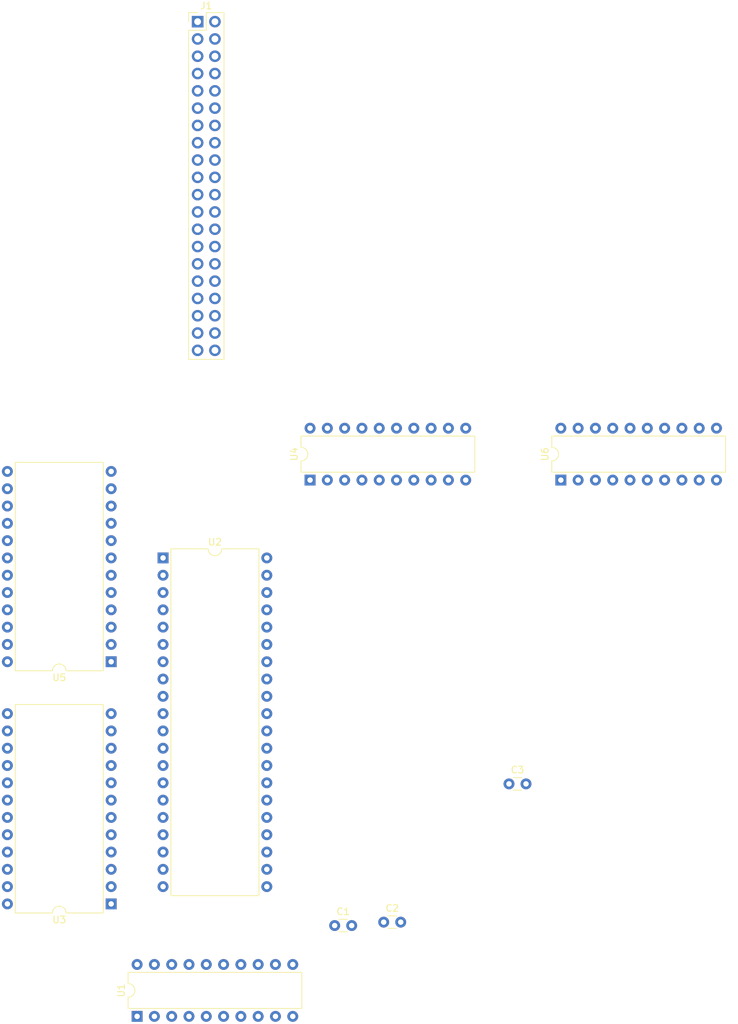
<source format=kicad_pcb>
(kicad_pcb (version 20171130) (host pcbnew "(5.1.7)-1")

  (general
    (thickness 1.6)
    (drawings 0)
    (tracks 0)
    (zones 0)
    (modules 10)
    (nets 142)
  )

  (page A4)
  (layers
    (0 F.Cu signal)
    (31 B.Cu signal)
    (32 B.Adhes user)
    (33 F.Adhes user)
    (34 B.Paste user)
    (35 F.Paste user)
    (36 B.SilkS user)
    (37 F.SilkS user)
    (38 B.Mask user)
    (39 F.Mask user)
    (40 Dwgs.User user)
    (41 Cmts.User user)
    (42 Eco1.User user)
    (43 Eco2.User user)
    (44 Edge.Cuts user)
    (45 Margin user)
    (46 B.CrtYd user)
    (47 F.CrtYd user)
    (48 B.Fab user)
    (49 F.Fab user)
  )

  (setup
    (last_trace_width 0.25)
    (trace_clearance 0.2)
    (zone_clearance 0.508)
    (zone_45_only no)
    (trace_min 0.2)
    (via_size 0.8)
    (via_drill 0.4)
    (via_min_size 0.4)
    (via_min_drill 0.3)
    (uvia_size 0.3)
    (uvia_drill 0.1)
    (uvias_allowed no)
    (uvia_min_size 0.2)
    (uvia_min_drill 0.1)
    (edge_width 0.05)
    (segment_width 0.2)
    (pcb_text_width 0.3)
    (pcb_text_size 1.5 1.5)
    (mod_edge_width 0.12)
    (mod_text_size 1 1)
    (mod_text_width 0.15)
    (pad_size 1.524 1.524)
    (pad_drill 0.762)
    (pad_to_mask_clearance 0)
    (aux_axis_origin 0 0)
    (visible_elements 7FFFFFFF)
    (pcbplotparams
      (layerselection 0x010fc_ffffffff)
      (usegerberextensions false)
      (usegerberattributes true)
      (usegerberadvancedattributes true)
      (creategerberjobfile true)
      (excludeedgelayer true)
      (linewidth 0.100000)
      (plotframeref false)
      (viasonmask false)
      (mode 1)
      (useauxorigin false)
      (hpglpennumber 1)
      (hpglpenspeed 20)
      (hpglpendiameter 15.000000)
      (psnegative false)
      (psa4output false)
      (plotreference true)
      (plotvalue true)
      (plotinvisibletext false)
      (padsonsilk false)
      (subtractmaskfromsilk false)
      (outputformat 1)
      (mirror false)
      (drillshape 1)
      (scaleselection 1)
      (outputdirectory ""))
  )

  (net 0 "")
  (net 1 /5V)
  (net 2 "Net-(C1-Pad2)")
  (net 3 /GND)
  (net 4 /3.3V)
  (net 5 "Net-(J1-Pad5)")
  (net 6 "Net-(J1-Pad6)")
  (net 7 "Net-(J1-Pad7)")
  (net 8 "Net-(J1-Pad8)")
  (net 9 "Net-(J1-Pad9)")
  (net 10 "Net-(J1-Pad10)")
  (net 11 "Net-(J1-Pad11)")
  (net 12 "Net-(J1-Pad12)")
  (net 13 "Net-(J1-Pad13)")
  (net 14 "Net-(J1-Pad14)")
  (net 15 "Net-(J1-Pad15)")
  (net 16 "Net-(J1-Pad16)")
  (net 17 "Net-(J1-Pad17)")
  (net 18 "Net-(J1-Pad18)")
  (net 19 "Net-(J1-Pad19)")
  (net 20 "Net-(J1-Pad20)")
  (net 21 "Net-(J1-Pad21)")
  (net 22 "Net-(J1-Pad22)")
  (net 23 "Net-(J1-Pad23)")
  (net 24 "Net-(J1-Pad24)")
  (net 25 "Net-(J1-Pad25)")
  (net 26 "Net-(J1-Pad26)")
  (net 27 "Net-(J1-Pad27)")
  (net 28 "Net-(J1-Pad28)")
  (net 29 "Net-(J1-Pad29)")
  (net 30 "Net-(J1-Pad30)")
  (net 31 "Net-(J1-Pad31)")
  (net 32 "Net-(J1-Pad32)")
  (net 33 "Net-(J1-Pad33)")
  (net 34 "Net-(J1-Pad34)")
  (net 35 "Net-(J1-Pad35)")
  (net 36 "Net-(J1-Pad36)")
  (net 37 "Net-(J1-Pad37)")
  (net 38 "Net-(J1-Pad38)")
  (net 39 "Net-(J1-Pad39)")
  (net 40 "Net-(J1-Pad40)")
  (net 41 "Net-(U1-Pad1)")
  (net 42 "Net-(U1-Pad11)")
  (net 43 "Net-(U1-Pad2)")
  (net 44 "Net-(U1-Pad12)")
  (net 45 "Net-(U1-Pad3)")
  (net 46 "Net-(U1-Pad13)")
  (net 47 "Net-(U1-Pad4)")
  (net 48 "Net-(U1-Pad14)")
  (net 49 "Net-(U1-Pad5)")
  (net 50 "Net-(U1-Pad15)")
  (net 51 "Net-(U1-Pad6)")
  (net 52 "Net-(U1-Pad16)")
  (net 53 "Net-(U1-Pad7)")
  (net 54 "Net-(U1-Pad17)")
  (net 55 "Net-(U1-Pad8)")
  (net 56 "Net-(U1-Pad18)")
  (net 57 "Net-(U1-Pad9)")
  (net 58 "Net-(U1-Pad19)")
  (net 59 "Net-(U1-Pad20)")
  (net 60 "Net-(U2-Pad1)")
  (net 61 /ad14)
  (net 62 /ad13)
  (net 63 /ad12)
  (net 64 /qs1)
  (net 65 /ad11)
  (net 66 /qs0)
  (net 67 /ad10)
  (net 68 "Net-(U2-Pad26)")
  (net 69 /ad9)
  (net 70 "Net-(U2-Pad27)")
  (net 71 /ad8)
  (net 72 "Net-(U2-Pad28)")
  (net 73 /ad7)
  (net 74 /n_lock)
  (net 75 /ad6)
  (net 76 /ad5)
  (net 77 /ad4)
  (net 78 /n_rd)
  (net 79 /ad3)
  (net 80 "Net-(U2-Pad33)")
  (net 81 /ad2)
  (net 82 /s7)
  (net 83 /ad1)
  (net 84 "Net-(U2-Pad35)")
  (net 85 /ad0)
  (net 86 "Net-(U2-Pad36)")
  (net 87 "Net-(U2-Pad37)")
  (net 88 "Net-(U2-Pad38)")
  (net 89 /ad15)
  (net 90 "Net-(U3-Pad24)")
  (net 91 "Net-(U3-Pad11)")
  (net 92 "Net-(U3-Pad23)")
  (net 93 "Net-(U3-Pad22)")
  (net 94 "Net-(U3-Pad21)")
  (net 95 "Net-(U3-Pad20)")
  (net 96 "Net-(U3-Pad19)")
  (net 97 "Net-(U3-Pad18)")
  (net 98 "Net-(U3-Pad17)")
  (net 99 "Net-(U3-Pad16)")
  (net 100 "Net-(U3-Pad15)")
  (net 101 "Net-(U3-Pad14)")
  (net 102 "Net-(U3-Pad2)")
  (net 103 "Net-(U3-Pad1)")
  (net 104 "Net-(U4-Pad19)")
  (net 105 /n_s0_3.3V)
  (net 106 /n_s1_3.3V)
  (net 107 /n_s2_3.3V)
  (net 108 /s3_3.3V)
  (net 109 /s4_3.3V)
  (net 110 /s5_3.3V)
  (net 111 /s6_3.3V)
  (net 112 /s7_3.3V)
  (net 113 "Net-(U4-Pad1)")
  (net 114 "Net-(U5-Pad1)")
  (net 115 "Net-(U5-Pad11)")
  (net 116 "Net-(U5-Pad2)")
  (net 117 "Net-(U5-Pad14)")
  (net 118 "Net-(U5-Pad15)")
  (net 119 "Net-(U5-Pad16)")
  (net 120 "Net-(U5-Pad17)")
  (net 121 "Net-(U5-Pad18)")
  (net 122 "Net-(U5-Pad19)")
  (net 123 "Net-(U5-Pad20)")
  (net 124 "Net-(U5-Pad21)")
  (net 125 "Net-(U5-Pad22)")
  (net 126 "Net-(U5-Pad23)")
  (net 127 "Net-(U5-Pad24)")
  (net 128 "Net-(U6-Pad1)")
  (net 129 "Net-(U6-Pad11)")
  (net 130 "Net-(U6-Pad12)")
  (net 131 "Net-(U6-Pad13)")
  (net 132 "Net-(U6-Pad14)")
  (net 133 /n_rd_3.3V)
  (net 134 "Net-(U6-Pad6)")
  (net 135 /n_lock_3.3V)
  (net 136 "Net-(U6-Pad7)")
  (net 137 /qs1_3.3V)
  (net 138 "Net-(U6-Pad8)")
  (net 139 /qs0_3.3V)
  (net 140 "Net-(U6-Pad9)")
  (net 141 "Net-(U6-Pad19)")

  (net_class Default "This is the default net class."
    (clearance 0.2)
    (trace_width 0.25)
    (via_dia 0.8)
    (via_drill 0.4)
    (uvia_dia 0.3)
    (uvia_drill 0.1)
    (add_net /3.3V)
    (add_net /5V)
    (add_net /GND)
    (add_net /ad0)
    (add_net /ad1)
    (add_net /ad10)
    (add_net /ad11)
    (add_net /ad12)
    (add_net /ad13)
    (add_net /ad14)
    (add_net /ad15)
    (add_net /ad2)
    (add_net /ad3)
    (add_net /ad4)
    (add_net /ad5)
    (add_net /ad6)
    (add_net /ad7)
    (add_net /ad8)
    (add_net /ad9)
    (add_net /n_lock)
    (add_net /n_lock_3.3V)
    (add_net /n_rd)
    (add_net /n_rd_3.3V)
    (add_net /n_s0_3.3V)
    (add_net /n_s1_3.3V)
    (add_net /n_s2_3.3V)
    (add_net /qs0)
    (add_net /qs0_3.3V)
    (add_net /qs1)
    (add_net /qs1_3.3V)
    (add_net /s3_3.3V)
    (add_net /s4_3.3V)
    (add_net /s5_3.3V)
    (add_net /s6_3.3V)
    (add_net /s7)
    (add_net /s7_3.3V)
    (add_net "Net-(C1-Pad2)")
    (add_net "Net-(J1-Pad10)")
    (add_net "Net-(J1-Pad11)")
    (add_net "Net-(J1-Pad12)")
    (add_net "Net-(J1-Pad13)")
    (add_net "Net-(J1-Pad14)")
    (add_net "Net-(J1-Pad15)")
    (add_net "Net-(J1-Pad16)")
    (add_net "Net-(J1-Pad17)")
    (add_net "Net-(J1-Pad18)")
    (add_net "Net-(J1-Pad19)")
    (add_net "Net-(J1-Pad20)")
    (add_net "Net-(J1-Pad21)")
    (add_net "Net-(J1-Pad22)")
    (add_net "Net-(J1-Pad23)")
    (add_net "Net-(J1-Pad24)")
    (add_net "Net-(J1-Pad25)")
    (add_net "Net-(J1-Pad26)")
    (add_net "Net-(J1-Pad27)")
    (add_net "Net-(J1-Pad28)")
    (add_net "Net-(J1-Pad29)")
    (add_net "Net-(J1-Pad30)")
    (add_net "Net-(J1-Pad31)")
    (add_net "Net-(J1-Pad32)")
    (add_net "Net-(J1-Pad33)")
    (add_net "Net-(J1-Pad34)")
    (add_net "Net-(J1-Pad35)")
    (add_net "Net-(J1-Pad36)")
    (add_net "Net-(J1-Pad37)")
    (add_net "Net-(J1-Pad38)")
    (add_net "Net-(J1-Pad39)")
    (add_net "Net-(J1-Pad40)")
    (add_net "Net-(J1-Pad5)")
    (add_net "Net-(J1-Pad6)")
    (add_net "Net-(J1-Pad7)")
    (add_net "Net-(J1-Pad8)")
    (add_net "Net-(J1-Pad9)")
    (add_net "Net-(U1-Pad1)")
    (add_net "Net-(U1-Pad11)")
    (add_net "Net-(U1-Pad12)")
    (add_net "Net-(U1-Pad13)")
    (add_net "Net-(U1-Pad14)")
    (add_net "Net-(U1-Pad15)")
    (add_net "Net-(U1-Pad16)")
    (add_net "Net-(U1-Pad17)")
    (add_net "Net-(U1-Pad18)")
    (add_net "Net-(U1-Pad19)")
    (add_net "Net-(U1-Pad2)")
    (add_net "Net-(U1-Pad20)")
    (add_net "Net-(U1-Pad3)")
    (add_net "Net-(U1-Pad4)")
    (add_net "Net-(U1-Pad5)")
    (add_net "Net-(U1-Pad6)")
    (add_net "Net-(U1-Pad7)")
    (add_net "Net-(U1-Pad8)")
    (add_net "Net-(U1-Pad9)")
    (add_net "Net-(U2-Pad1)")
    (add_net "Net-(U2-Pad26)")
    (add_net "Net-(U2-Pad27)")
    (add_net "Net-(U2-Pad28)")
    (add_net "Net-(U2-Pad33)")
    (add_net "Net-(U2-Pad35)")
    (add_net "Net-(U2-Pad36)")
    (add_net "Net-(U2-Pad37)")
    (add_net "Net-(U2-Pad38)")
    (add_net "Net-(U3-Pad1)")
    (add_net "Net-(U3-Pad11)")
    (add_net "Net-(U3-Pad14)")
    (add_net "Net-(U3-Pad15)")
    (add_net "Net-(U3-Pad16)")
    (add_net "Net-(U3-Pad17)")
    (add_net "Net-(U3-Pad18)")
    (add_net "Net-(U3-Pad19)")
    (add_net "Net-(U3-Pad2)")
    (add_net "Net-(U3-Pad20)")
    (add_net "Net-(U3-Pad21)")
    (add_net "Net-(U3-Pad22)")
    (add_net "Net-(U3-Pad23)")
    (add_net "Net-(U3-Pad24)")
    (add_net "Net-(U4-Pad1)")
    (add_net "Net-(U4-Pad19)")
    (add_net "Net-(U5-Pad1)")
    (add_net "Net-(U5-Pad11)")
    (add_net "Net-(U5-Pad14)")
    (add_net "Net-(U5-Pad15)")
    (add_net "Net-(U5-Pad16)")
    (add_net "Net-(U5-Pad17)")
    (add_net "Net-(U5-Pad18)")
    (add_net "Net-(U5-Pad19)")
    (add_net "Net-(U5-Pad2)")
    (add_net "Net-(U5-Pad20)")
    (add_net "Net-(U5-Pad21)")
    (add_net "Net-(U5-Pad22)")
    (add_net "Net-(U5-Pad23)")
    (add_net "Net-(U5-Pad24)")
    (add_net "Net-(U6-Pad1)")
    (add_net "Net-(U6-Pad11)")
    (add_net "Net-(U6-Pad12)")
    (add_net "Net-(U6-Pad13)")
    (add_net "Net-(U6-Pad14)")
    (add_net "Net-(U6-Pad19)")
    (add_net "Net-(U6-Pad6)")
    (add_net "Net-(U6-Pad7)")
    (add_net "Net-(U6-Pad8)")
    (add_net "Net-(U6-Pad9)")
  )

  (module Capacitor_THT:C_Disc_D3.0mm_W1.6mm_P2.50mm (layer F.Cu) (tedit 5AE50EF0) (tstamp 5FA552A7)
    (at 95.055001 145.415001)
    (descr "C, Disc series, Radial, pin pitch=2.50mm, , diameter*width=3.0*1.6mm^2, Capacitor, http://www.vishay.com/docs/45233/krseries.pdf")
    (tags "C Disc series Radial pin pitch 2.50mm  diameter 3.0mm width 1.6mm Capacitor")
    (path /5FC6EA07)
    (fp_text reference C1 (at 1.25 -2.05) (layer F.SilkS)
      (effects (font (size 1 1) (thickness 0.15)))
    )
    (fp_text value C_Small (at 1.25 2.05) (layer F.Fab)
      (effects (font (size 1 1) (thickness 0.15)))
    )
    (fp_line (start 3.55 -1.05) (end -1.05 -1.05) (layer F.CrtYd) (width 0.05))
    (fp_line (start 3.55 1.05) (end 3.55 -1.05) (layer F.CrtYd) (width 0.05))
    (fp_line (start -1.05 1.05) (end 3.55 1.05) (layer F.CrtYd) (width 0.05))
    (fp_line (start -1.05 -1.05) (end -1.05 1.05) (layer F.CrtYd) (width 0.05))
    (fp_line (start 0.621 0.92) (end 1.879 0.92) (layer F.SilkS) (width 0.12))
    (fp_line (start 0.621 -0.92) (end 1.879 -0.92) (layer F.SilkS) (width 0.12))
    (fp_line (start 2.75 -0.8) (end -0.25 -0.8) (layer F.Fab) (width 0.1))
    (fp_line (start 2.75 0.8) (end 2.75 -0.8) (layer F.Fab) (width 0.1))
    (fp_line (start -0.25 0.8) (end 2.75 0.8) (layer F.Fab) (width 0.1))
    (fp_line (start -0.25 -0.8) (end -0.25 0.8) (layer F.Fab) (width 0.1))
    (fp_text user %R (at 1.25 0) (layer F.Fab)
      (effects (font (size 0.6 0.6) (thickness 0.09)))
    )
    (pad 1 thru_hole circle (at 0 0) (size 1.6 1.6) (drill 0.8) (layers *.Cu *.Mask)
      (net 1 /5V))
    (pad 2 thru_hole circle (at 2.5 0) (size 1.6 1.6) (drill 0.8) (layers *.Cu *.Mask)
      (net 2 "Net-(C1-Pad2)"))
    (model ${KISYS3DMOD}/Capacitor_THT.3dshapes/C_Disc_D3.0mm_W1.6mm_P2.50mm.wrl
      (at (xyz 0 0 0))
      (scale (xyz 1 1 1))
      (rotate (xyz 0 0 0))
    )
  )

  (module Capacitor_THT:C_Disc_D3.0mm_W1.6mm_P2.50mm (layer F.Cu) (tedit 5AE50EF0) (tstamp 5FA552B8)
    (at 102.255001 144.915001)
    (descr "C, Disc series, Radial, pin pitch=2.50mm, , diameter*width=3.0*1.6mm^2, Capacitor, http://www.vishay.com/docs/45233/krseries.pdf")
    (tags "C Disc series Radial pin pitch 2.50mm  diameter 3.0mm width 1.6mm Capacitor")
    (path /5FC54120)
    (fp_text reference C2 (at 1.25 -2.05) (layer F.SilkS)
      (effects (font (size 1 1) (thickness 0.15)))
    )
    (fp_text value 0.1uF (at 1.25 2.05) (layer F.Fab)
      (effects (font (size 1 1) (thickness 0.15)))
    )
    (fp_line (start 3.55 -1.05) (end -1.05 -1.05) (layer F.CrtYd) (width 0.05))
    (fp_line (start 3.55 1.05) (end 3.55 -1.05) (layer F.CrtYd) (width 0.05))
    (fp_line (start -1.05 1.05) (end 3.55 1.05) (layer F.CrtYd) (width 0.05))
    (fp_line (start -1.05 -1.05) (end -1.05 1.05) (layer F.CrtYd) (width 0.05))
    (fp_line (start 0.621 0.92) (end 1.879 0.92) (layer F.SilkS) (width 0.12))
    (fp_line (start 0.621 -0.92) (end 1.879 -0.92) (layer F.SilkS) (width 0.12))
    (fp_line (start 2.75 -0.8) (end -0.25 -0.8) (layer F.Fab) (width 0.1))
    (fp_line (start 2.75 0.8) (end 2.75 -0.8) (layer F.Fab) (width 0.1))
    (fp_line (start -0.25 0.8) (end 2.75 0.8) (layer F.Fab) (width 0.1))
    (fp_line (start -0.25 -0.8) (end -0.25 0.8) (layer F.Fab) (width 0.1))
    (fp_text user %R (at 1.25 0) (layer F.Fab)
      (effects (font (size 0.6 0.6) (thickness 0.09)))
    )
    (pad 1 thru_hole circle (at 0 0) (size 1.6 1.6) (drill 0.8) (layers *.Cu *.Mask)
      (net 3 /GND))
    (pad 2 thru_hole circle (at 2.5 0) (size 1.6 1.6) (drill 0.8) (layers *.Cu *.Mask)
      (net 4 /3.3V))
    (model ${KISYS3DMOD}/Capacitor_THT.3dshapes/C_Disc_D3.0mm_W1.6mm_P2.50mm.wrl
      (at (xyz 0 0 0))
      (scale (xyz 1 1 1))
      (rotate (xyz 0 0 0))
    )
  )

  (module Capacitor_THT:C_Disc_D3.0mm_W1.6mm_P2.50mm (layer F.Cu) (tedit 5AE50EF0) (tstamp 5FA552C9)
    (at 120.655001 124.615001)
    (descr "C, Disc series, Radial, pin pitch=2.50mm, , diameter*width=3.0*1.6mm^2, Capacitor, http://www.vishay.com/docs/45233/krseries.pdf")
    (tags "C Disc series Radial pin pitch 2.50mm  diameter 3.0mm width 1.6mm Capacitor")
    (path /5FC602F3)
    (fp_text reference C3 (at 1.25 -2.05) (layer F.SilkS)
      (effects (font (size 1 1) (thickness 0.15)))
    )
    (fp_text value 0.1uF (at 1.25 2.05) (layer F.Fab)
      (effects (font (size 1 1) (thickness 0.15)))
    )
    (fp_text user %R (at 1.25 0) (layer F.Fab)
      (effects (font (size 0.6 0.6) (thickness 0.09)))
    )
    (fp_line (start -0.25 -0.8) (end -0.25 0.8) (layer F.Fab) (width 0.1))
    (fp_line (start -0.25 0.8) (end 2.75 0.8) (layer F.Fab) (width 0.1))
    (fp_line (start 2.75 0.8) (end 2.75 -0.8) (layer F.Fab) (width 0.1))
    (fp_line (start 2.75 -0.8) (end -0.25 -0.8) (layer F.Fab) (width 0.1))
    (fp_line (start 0.621 -0.92) (end 1.879 -0.92) (layer F.SilkS) (width 0.12))
    (fp_line (start 0.621 0.92) (end 1.879 0.92) (layer F.SilkS) (width 0.12))
    (fp_line (start -1.05 -1.05) (end -1.05 1.05) (layer F.CrtYd) (width 0.05))
    (fp_line (start -1.05 1.05) (end 3.55 1.05) (layer F.CrtYd) (width 0.05))
    (fp_line (start 3.55 1.05) (end 3.55 -1.05) (layer F.CrtYd) (width 0.05))
    (fp_line (start 3.55 -1.05) (end -1.05 -1.05) (layer F.CrtYd) (width 0.05))
    (pad 2 thru_hole circle (at 2.5 0) (size 1.6 1.6) (drill 0.8) (layers *.Cu *.Mask)
      (net 4 /3.3V))
    (pad 1 thru_hole circle (at 0 0) (size 1.6 1.6) (drill 0.8) (layers *.Cu *.Mask)
      (net 3 /GND))
    (model ${KISYS3DMOD}/Capacitor_THT.3dshapes/C_Disc_D3.0mm_W1.6mm_P2.50mm.wrl
      (at (xyz 0 0 0))
      (scale (xyz 1 1 1))
      (rotate (xyz 0 0 0))
    )
  )

  (module Connector_PinHeader_2.54mm:PinHeader_2x20_P2.54mm_Vertical (layer F.Cu) (tedit 59FED5CC) (tstamp 5FA55307)
    (at 74.93 12.7)
    (descr "Through hole straight pin header, 2x20, 2.54mm pitch, double rows")
    (tags "Through hole pin header THT 2x20 2.54mm double row")
    (path /5F9C18BA)
    (fp_text reference J1 (at 1.27 -2.33) (layer F.SilkS)
      (effects (font (size 1 1) (thickness 0.15)))
    )
    (fp_text value ZTurn_IO_J3 (at 1.27 50.59) (layer F.Fab)
      (effects (font (size 1 1) (thickness 0.15)))
    )
    (fp_line (start 4.35 -1.8) (end -1.8 -1.8) (layer F.CrtYd) (width 0.05))
    (fp_line (start 4.35 50.05) (end 4.35 -1.8) (layer F.CrtYd) (width 0.05))
    (fp_line (start -1.8 50.05) (end 4.35 50.05) (layer F.CrtYd) (width 0.05))
    (fp_line (start -1.8 -1.8) (end -1.8 50.05) (layer F.CrtYd) (width 0.05))
    (fp_line (start -1.33 -1.33) (end 0 -1.33) (layer F.SilkS) (width 0.12))
    (fp_line (start -1.33 0) (end -1.33 -1.33) (layer F.SilkS) (width 0.12))
    (fp_line (start 1.27 -1.33) (end 3.87 -1.33) (layer F.SilkS) (width 0.12))
    (fp_line (start 1.27 1.27) (end 1.27 -1.33) (layer F.SilkS) (width 0.12))
    (fp_line (start -1.33 1.27) (end 1.27 1.27) (layer F.SilkS) (width 0.12))
    (fp_line (start 3.87 -1.33) (end 3.87 49.59) (layer F.SilkS) (width 0.12))
    (fp_line (start -1.33 1.27) (end -1.33 49.59) (layer F.SilkS) (width 0.12))
    (fp_line (start -1.33 49.59) (end 3.87 49.59) (layer F.SilkS) (width 0.12))
    (fp_line (start -1.27 0) (end 0 -1.27) (layer F.Fab) (width 0.1))
    (fp_line (start -1.27 49.53) (end -1.27 0) (layer F.Fab) (width 0.1))
    (fp_line (start 3.81 49.53) (end -1.27 49.53) (layer F.Fab) (width 0.1))
    (fp_line (start 3.81 -1.27) (end 3.81 49.53) (layer F.Fab) (width 0.1))
    (fp_line (start 0 -1.27) (end 3.81 -1.27) (layer F.Fab) (width 0.1))
    (fp_text user %R (at 1.27 24.13 90) (layer F.Fab)
      (effects (font (size 1 1) (thickness 0.15)))
    )
    (pad 1 thru_hole rect (at 0 0) (size 1.7 1.7) (drill 1) (layers *.Cu *.Mask)
      (net 1 /5V))
    (pad 2 thru_hole oval (at 2.54 0) (size 1.7 1.7) (drill 1) (layers *.Cu *.Mask)
      (net 4 /3.3V))
    (pad 3 thru_hole oval (at 0 2.54) (size 1.7 1.7) (drill 1) (layers *.Cu *.Mask)
      (net 3 /GND))
    (pad 4 thru_hole oval (at 2.54 2.54) (size 1.7 1.7) (drill 1) (layers *.Cu *.Mask)
      (net 3 /GND))
    (pad 5 thru_hole oval (at 0 5.08) (size 1.7 1.7) (drill 1) (layers *.Cu *.Mask)
      (net 5 "Net-(J1-Pad5)"))
    (pad 6 thru_hole oval (at 2.54 5.08) (size 1.7 1.7) (drill 1) (layers *.Cu *.Mask)
      (net 6 "Net-(J1-Pad6)"))
    (pad 7 thru_hole oval (at 0 7.62) (size 1.7 1.7) (drill 1) (layers *.Cu *.Mask)
      (net 7 "Net-(J1-Pad7)"))
    (pad 8 thru_hole oval (at 2.54 7.62) (size 1.7 1.7) (drill 1) (layers *.Cu *.Mask)
      (net 8 "Net-(J1-Pad8)"))
    (pad 9 thru_hole oval (at 0 10.16) (size 1.7 1.7) (drill 1) (layers *.Cu *.Mask)
      (net 9 "Net-(J1-Pad9)"))
    (pad 10 thru_hole oval (at 2.54 10.16) (size 1.7 1.7) (drill 1) (layers *.Cu *.Mask)
      (net 10 "Net-(J1-Pad10)"))
    (pad 11 thru_hole oval (at 0 12.7) (size 1.7 1.7) (drill 1) (layers *.Cu *.Mask)
      (net 11 "Net-(J1-Pad11)"))
    (pad 12 thru_hole oval (at 2.54 12.7) (size 1.7 1.7) (drill 1) (layers *.Cu *.Mask)
      (net 12 "Net-(J1-Pad12)"))
    (pad 13 thru_hole oval (at 0 15.24) (size 1.7 1.7) (drill 1) (layers *.Cu *.Mask)
      (net 13 "Net-(J1-Pad13)"))
    (pad 14 thru_hole oval (at 2.54 15.24) (size 1.7 1.7) (drill 1) (layers *.Cu *.Mask)
      (net 14 "Net-(J1-Pad14)"))
    (pad 15 thru_hole oval (at 0 17.78) (size 1.7 1.7) (drill 1) (layers *.Cu *.Mask)
      (net 15 "Net-(J1-Pad15)"))
    (pad 16 thru_hole oval (at 2.54 17.78) (size 1.7 1.7) (drill 1) (layers *.Cu *.Mask)
      (net 16 "Net-(J1-Pad16)"))
    (pad 17 thru_hole oval (at 0 20.32) (size 1.7 1.7) (drill 1) (layers *.Cu *.Mask)
      (net 17 "Net-(J1-Pad17)"))
    (pad 18 thru_hole oval (at 2.54 20.32) (size 1.7 1.7) (drill 1) (layers *.Cu *.Mask)
      (net 18 "Net-(J1-Pad18)"))
    (pad 19 thru_hole oval (at 0 22.86) (size 1.7 1.7) (drill 1) (layers *.Cu *.Mask)
      (net 19 "Net-(J1-Pad19)"))
    (pad 20 thru_hole oval (at 2.54 22.86) (size 1.7 1.7) (drill 1) (layers *.Cu *.Mask)
      (net 20 "Net-(J1-Pad20)"))
    (pad 21 thru_hole oval (at 0 25.4) (size 1.7 1.7) (drill 1) (layers *.Cu *.Mask)
      (net 21 "Net-(J1-Pad21)"))
    (pad 22 thru_hole oval (at 2.54 25.4) (size 1.7 1.7) (drill 1) (layers *.Cu *.Mask)
      (net 22 "Net-(J1-Pad22)"))
    (pad 23 thru_hole oval (at 0 27.94) (size 1.7 1.7) (drill 1) (layers *.Cu *.Mask)
      (net 23 "Net-(J1-Pad23)"))
    (pad 24 thru_hole oval (at 2.54 27.94) (size 1.7 1.7) (drill 1) (layers *.Cu *.Mask)
      (net 24 "Net-(J1-Pad24)"))
    (pad 25 thru_hole oval (at 0 30.48) (size 1.7 1.7) (drill 1) (layers *.Cu *.Mask)
      (net 25 "Net-(J1-Pad25)"))
    (pad 26 thru_hole oval (at 2.54 30.48) (size 1.7 1.7) (drill 1) (layers *.Cu *.Mask)
      (net 26 "Net-(J1-Pad26)"))
    (pad 27 thru_hole oval (at 0 33.02) (size 1.7 1.7) (drill 1) (layers *.Cu *.Mask)
      (net 27 "Net-(J1-Pad27)"))
    (pad 28 thru_hole oval (at 2.54 33.02) (size 1.7 1.7) (drill 1) (layers *.Cu *.Mask)
      (net 28 "Net-(J1-Pad28)"))
    (pad 29 thru_hole oval (at 0 35.56) (size 1.7 1.7) (drill 1) (layers *.Cu *.Mask)
      (net 29 "Net-(J1-Pad29)"))
    (pad 30 thru_hole oval (at 2.54 35.56) (size 1.7 1.7) (drill 1) (layers *.Cu *.Mask)
      (net 30 "Net-(J1-Pad30)"))
    (pad 31 thru_hole oval (at 0 38.1) (size 1.7 1.7) (drill 1) (layers *.Cu *.Mask)
      (net 31 "Net-(J1-Pad31)"))
    (pad 32 thru_hole oval (at 2.54 38.1) (size 1.7 1.7) (drill 1) (layers *.Cu *.Mask)
      (net 32 "Net-(J1-Pad32)"))
    (pad 33 thru_hole oval (at 0 40.64) (size 1.7 1.7) (drill 1) (layers *.Cu *.Mask)
      (net 33 "Net-(J1-Pad33)"))
    (pad 34 thru_hole oval (at 2.54 40.64) (size 1.7 1.7) (drill 1) (layers *.Cu *.Mask)
      (net 34 "Net-(J1-Pad34)"))
    (pad 35 thru_hole oval (at 0 43.18) (size 1.7 1.7) (drill 1) (layers *.Cu *.Mask)
      (net 35 "Net-(J1-Pad35)"))
    (pad 36 thru_hole oval (at 2.54 43.18) (size 1.7 1.7) (drill 1) (layers *.Cu *.Mask)
      (net 36 "Net-(J1-Pad36)"))
    (pad 37 thru_hole oval (at 0 45.72) (size 1.7 1.7) (drill 1) (layers *.Cu *.Mask)
      (net 37 "Net-(J1-Pad37)"))
    (pad 38 thru_hole oval (at 2.54 45.72) (size 1.7 1.7) (drill 1) (layers *.Cu *.Mask)
      (net 38 "Net-(J1-Pad38)"))
    (pad 39 thru_hole oval (at 0 48.26) (size 1.7 1.7) (drill 1) (layers *.Cu *.Mask)
      (net 39 "Net-(J1-Pad39)"))
    (pad 40 thru_hole oval (at 2.54 48.26) (size 1.7 1.7) (drill 1) (layers *.Cu *.Mask)
      (net 40 "Net-(J1-Pad40)"))
    (model ${KISYS3DMOD}/Connector_PinHeader_2.54mm.3dshapes/PinHeader_2x20_P2.54mm_Vertical.wrl
      (at (xyz 0 0 0))
      (scale (xyz 1 1 1))
      (rotate (xyz 0 0 0))
    )
  )

  (module Package_DIP:DIP-20_W7.62mm (layer F.Cu) (tedit 5A02E8C5) (tstamp 5FA5532F)
    (at 66.04 158.75 90)
    (descr "20-lead though-hole mounted DIP package, row spacing 7.62 mm (300 mils)")
    (tags "THT DIP DIL PDIP 2.54mm 7.62mm 300mil")
    (path /5FA5C812)
    (fp_text reference U1 (at 3.81 -2.33 90) (layer F.SilkS)
      (effects (font (size 1 1) (thickness 0.15)))
    )
    (fp_text value 74HCT245 (at 3.81 25.19 90) (layer F.Fab)
      (effects (font (size 1 1) (thickness 0.15)))
    )
    (fp_line (start 8.7 -1.55) (end -1.1 -1.55) (layer F.CrtYd) (width 0.05))
    (fp_line (start 8.7 24.4) (end 8.7 -1.55) (layer F.CrtYd) (width 0.05))
    (fp_line (start -1.1 24.4) (end 8.7 24.4) (layer F.CrtYd) (width 0.05))
    (fp_line (start -1.1 -1.55) (end -1.1 24.4) (layer F.CrtYd) (width 0.05))
    (fp_line (start 6.46 -1.33) (end 4.81 -1.33) (layer F.SilkS) (width 0.12))
    (fp_line (start 6.46 24.19) (end 6.46 -1.33) (layer F.SilkS) (width 0.12))
    (fp_line (start 1.16 24.19) (end 6.46 24.19) (layer F.SilkS) (width 0.12))
    (fp_line (start 1.16 -1.33) (end 1.16 24.19) (layer F.SilkS) (width 0.12))
    (fp_line (start 2.81 -1.33) (end 1.16 -1.33) (layer F.SilkS) (width 0.12))
    (fp_line (start 0.635 -0.27) (end 1.635 -1.27) (layer F.Fab) (width 0.1))
    (fp_line (start 0.635 24.13) (end 0.635 -0.27) (layer F.Fab) (width 0.1))
    (fp_line (start 6.985 24.13) (end 0.635 24.13) (layer F.Fab) (width 0.1))
    (fp_line (start 6.985 -1.27) (end 6.985 24.13) (layer F.Fab) (width 0.1))
    (fp_line (start 1.635 -1.27) (end 6.985 -1.27) (layer F.Fab) (width 0.1))
    (fp_arc (start 3.81 -1.33) (end 2.81 -1.33) (angle -180) (layer F.SilkS) (width 0.12))
    (fp_text user %R (at 3.81 11.43 90) (layer F.Fab)
      (effects (font (size 1 1) (thickness 0.15)))
    )
    (pad 1 thru_hole rect (at 0 0 90) (size 1.6 1.6) (drill 0.8) (layers *.Cu *.Mask)
      (net 41 "Net-(U1-Pad1)"))
    (pad 11 thru_hole oval (at 7.62 22.86 90) (size 1.6 1.6) (drill 0.8) (layers *.Cu *.Mask)
      (net 42 "Net-(U1-Pad11)"))
    (pad 2 thru_hole oval (at 0 2.54 90) (size 1.6 1.6) (drill 0.8) (layers *.Cu *.Mask)
      (net 43 "Net-(U1-Pad2)"))
    (pad 12 thru_hole oval (at 7.62 20.32 90) (size 1.6 1.6) (drill 0.8) (layers *.Cu *.Mask)
      (net 44 "Net-(U1-Pad12)"))
    (pad 3 thru_hole oval (at 0 5.08 90) (size 1.6 1.6) (drill 0.8) (layers *.Cu *.Mask)
      (net 45 "Net-(U1-Pad3)"))
    (pad 13 thru_hole oval (at 7.62 17.78 90) (size 1.6 1.6) (drill 0.8) (layers *.Cu *.Mask)
      (net 46 "Net-(U1-Pad13)"))
    (pad 4 thru_hole oval (at 0 7.62 90) (size 1.6 1.6) (drill 0.8) (layers *.Cu *.Mask)
      (net 47 "Net-(U1-Pad4)"))
    (pad 14 thru_hole oval (at 7.62 15.24 90) (size 1.6 1.6) (drill 0.8) (layers *.Cu *.Mask)
      (net 48 "Net-(U1-Pad14)"))
    (pad 5 thru_hole oval (at 0 10.16 90) (size 1.6 1.6) (drill 0.8) (layers *.Cu *.Mask)
      (net 49 "Net-(U1-Pad5)"))
    (pad 15 thru_hole oval (at 7.62 12.7 90) (size 1.6 1.6) (drill 0.8) (layers *.Cu *.Mask)
      (net 50 "Net-(U1-Pad15)"))
    (pad 6 thru_hole oval (at 0 12.7 90) (size 1.6 1.6) (drill 0.8) (layers *.Cu *.Mask)
      (net 51 "Net-(U1-Pad6)"))
    (pad 16 thru_hole oval (at 7.62 10.16 90) (size 1.6 1.6) (drill 0.8) (layers *.Cu *.Mask)
      (net 52 "Net-(U1-Pad16)"))
    (pad 7 thru_hole oval (at 0 15.24 90) (size 1.6 1.6) (drill 0.8) (layers *.Cu *.Mask)
      (net 53 "Net-(U1-Pad7)"))
    (pad 17 thru_hole oval (at 7.62 7.62 90) (size 1.6 1.6) (drill 0.8) (layers *.Cu *.Mask)
      (net 54 "Net-(U1-Pad17)"))
    (pad 8 thru_hole oval (at 0 17.78 90) (size 1.6 1.6) (drill 0.8) (layers *.Cu *.Mask)
      (net 55 "Net-(U1-Pad8)"))
    (pad 18 thru_hole oval (at 7.62 5.08 90) (size 1.6 1.6) (drill 0.8) (layers *.Cu *.Mask)
      (net 56 "Net-(U1-Pad18)"))
    (pad 9 thru_hole oval (at 0 20.32 90) (size 1.6 1.6) (drill 0.8) (layers *.Cu *.Mask)
      (net 57 "Net-(U1-Pad9)"))
    (pad 19 thru_hole oval (at 7.62 2.54 90) (size 1.6 1.6) (drill 0.8) (layers *.Cu *.Mask)
      (net 58 "Net-(U1-Pad19)"))
    (pad 10 thru_hole oval (at 0 22.86 90) (size 1.6 1.6) (drill 0.8) (layers *.Cu *.Mask)
      (net 3 /GND))
    (pad 20 thru_hole oval (at 7.62 0 90) (size 1.6 1.6) (drill 0.8) (layers *.Cu *.Mask)
      (net 59 "Net-(U1-Pad20)"))
    (model ${KISYS3DMOD}/Package_DIP.3dshapes/DIP-20_W7.62mm.wrl
      (at (xyz 0 0 0))
      (scale (xyz 1 1 1))
      (rotate (xyz 0 0 0))
    )
  )

  (module Package_DIP:DIP-40_W15.24mm (layer F.Cu) (tedit 5A02E8C5) (tstamp 5FA5536B)
    (at 69.85 91.44)
    (descr "40-lead though-hole mounted DIP package, row spacing 15.24 mm (600 mils)")
    (tags "THT DIP DIL PDIP 2.54mm 15.24mm 600mil")
    (path /5FA52393)
    (fp_text reference U2 (at 7.62 -2.33) (layer F.SilkS)
      (effects (font (size 1 1) (thickness 0.15)))
    )
    (fp_text value 8086_Max_Mode (at 7.62 50.59) (layer F.Fab)
      (effects (font (size 1 1) (thickness 0.15)))
    )
    (fp_line (start 16.3 -1.55) (end -1.05 -1.55) (layer F.CrtYd) (width 0.05))
    (fp_line (start 16.3 49.8) (end 16.3 -1.55) (layer F.CrtYd) (width 0.05))
    (fp_line (start -1.05 49.8) (end 16.3 49.8) (layer F.CrtYd) (width 0.05))
    (fp_line (start -1.05 -1.55) (end -1.05 49.8) (layer F.CrtYd) (width 0.05))
    (fp_line (start 14.08 -1.33) (end 8.62 -1.33) (layer F.SilkS) (width 0.12))
    (fp_line (start 14.08 49.59) (end 14.08 -1.33) (layer F.SilkS) (width 0.12))
    (fp_line (start 1.16 49.59) (end 14.08 49.59) (layer F.SilkS) (width 0.12))
    (fp_line (start 1.16 -1.33) (end 1.16 49.59) (layer F.SilkS) (width 0.12))
    (fp_line (start 6.62 -1.33) (end 1.16 -1.33) (layer F.SilkS) (width 0.12))
    (fp_line (start 0.255 -0.27) (end 1.255 -1.27) (layer F.Fab) (width 0.1))
    (fp_line (start 0.255 49.53) (end 0.255 -0.27) (layer F.Fab) (width 0.1))
    (fp_line (start 14.985 49.53) (end 0.255 49.53) (layer F.Fab) (width 0.1))
    (fp_line (start 14.985 -1.27) (end 14.985 49.53) (layer F.Fab) (width 0.1))
    (fp_line (start 1.255 -1.27) (end 14.985 -1.27) (layer F.Fab) (width 0.1))
    (fp_arc (start 7.62 -1.33) (end 6.62 -1.33) (angle -180) (layer F.SilkS) (width 0.12))
    (fp_text user %R (at 7.62 24.13) (layer F.Fab)
      (effects (font (size 1 1) (thickness 0.15)))
    )
    (pad 1 thru_hole rect (at 0 0) (size 1.6 1.6) (drill 0.8) (layers *.Cu *.Mask)
      (net 60 "Net-(U2-Pad1)"))
    (pad 21 thru_hole oval (at 15.24 48.26) (size 1.6 1.6) (drill 0.8) (layers *.Cu *.Mask)
      (net 52 "Net-(U1-Pad16)"))
    (pad 2 thru_hole oval (at 0 2.54) (size 1.6 1.6) (drill 0.8) (layers *.Cu *.Mask)
      (net 61 /ad14))
    (pad 22 thru_hole oval (at 15.24 45.72) (size 1.6 1.6) (drill 0.8) (layers *.Cu *.Mask)
      (net 54 "Net-(U1-Pad17)"))
    (pad 3 thru_hole oval (at 0 5.08) (size 1.6 1.6) (drill 0.8) (layers *.Cu *.Mask)
      (net 62 /ad13))
    (pad 23 thru_hole oval (at 15.24 43.18) (size 1.6 1.6) (drill 0.8) (layers *.Cu *.Mask)
      (net 46 "Net-(U1-Pad13)"))
    (pad 4 thru_hole oval (at 0 7.62) (size 1.6 1.6) (drill 0.8) (layers *.Cu *.Mask)
      (net 63 /ad12))
    (pad 24 thru_hole oval (at 15.24 40.64) (size 1.6 1.6) (drill 0.8) (layers *.Cu *.Mask)
      (net 64 /qs1))
    (pad 5 thru_hole oval (at 0 10.16) (size 1.6 1.6) (drill 0.8) (layers *.Cu *.Mask)
      (net 65 /ad11))
    (pad 25 thru_hole oval (at 15.24 38.1) (size 1.6 1.6) (drill 0.8) (layers *.Cu *.Mask)
      (net 66 /qs0))
    (pad 6 thru_hole oval (at 0 12.7) (size 1.6 1.6) (drill 0.8) (layers *.Cu *.Mask)
      (net 67 /ad10))
    (pad 26 thru_hole oval (at 15.24 35.56) (size 1.6 1.6) (drill 0.8) (layers *.Cu *.Mask)
      (net 68 "Net-(U2-Pad26)"))
    (pad 7 thru_hole oval (at 0 15.24) (size 1.6 1.6) (drill 0.8) (layers *.Cu *.Mask)
      (net 69 /ad9))
    (pad 27 thru_hole oval (at 15.24 33.02) (size 1.6 1.6) (drill 0.8) (layers *.Cu *.Mask)
      (net 70 "Net-(U2-Pad27)"))
    (pad 8 thru_hole oval (at 0 17.78) (size 1.6 1.6) (drill 0.8) (layers *.Cu *.Mask)
      (net 71 /ad8))
    (pad 28 thru_hole oval (at 15.24 30.48) (size 1.6 1.6) (drill 0.8) (layers *.Cu *.Mask)
      (net 72 "Net-(U2-Pad28)"))
    (pad 9 thru_hole oval (at 0 20.32) (size 1.6 1.6) (drill 0.8) (layers *.Cu *.Mask)
      (net 73 /ad7))
    (pad 29 thru_hole oval (at 15.24 27.94) (size 1.6 1.6) (drill 0.8) (layers *.Cu *.Mask)
      (net 74 /n_lock))
    (pad 10 thru_hole oval (at 0 22.86) (size 1.6 1.6) (drill 0.8) (layers *.Cu *.Mask)
      (net 75 /ad6))
    (pad 30 thru_hole oval (at 15.24 25.4) (size 1.6 1.6) (drill 0.8) (layers *.Cu *.Mask)
      (net 44 "Net-(U1-Pad12)"))
    (pad 11 thru_hole oval (at 0 25.4) (size 1.6 1.6) (drill 0.8) (layers *.Cu *.Mask)
      (net 76 /ad5))
    (pad 31 thru_hole oval (at 15.24 22.86) (size 1.6 1.6) (drill 0.8) (layers *.Cu *.Mask)
      (net 42 "Net-(U1-Pad11)"))
    (pad 12 thru_hole oval (at 0 27.94) (size 1.6 1.6) (drill 0.8) (layers *.Cu *.Mask)
      (net 77 /ad4))
    (pad 32 thru_hole oval (at 15.24 20.32) (size 1.6 1.6) (drill 0.8) (layers *.Cu *.Mask)
      (net 78 /n_rd))
    (pad 13 thru_hole oval (at 0 30.48) (size 1.6 1.6) (drill 0.8) (layers *.Cu *.Mask)
      (net 79 /ad3))
    (pad 33 thru_hole oval (at 15.24 17.78) (size 1.6 1.6) (drill 0.8) (layers *.Cu *.Mask)
      (net 80 "Net-(U2-Pad33)"))
    (pad 14 thru_hole oval (at 0 33.02) (size 1.6 1.6) (drill 0.8) (layers *.Cu *.Mask)
      (net 81 /ad2))
    (pad 34 thru_hole oval (at 15.24 15.24) (size 1.6 1.6) (drill 0.8) (layers *.Cu *.Mask)
      (net 82 /s7))
    (pad 15 thru_hole oval (at 0 35.56) (size 1.6 1.6) (drill 0.8) (layers *.Cu *.Mask)
      (net 83 /ad1))
    (pad 35 thru_hole oval (at 15.24 12.7) (size 1.6 1.6) (drill 0.8) (layers *.Cu *.Mask)
      (net 84 "Net-(U2-Pad35)"))
    (pad 16 thru_hole oval (at 0 38.1) (size 1.6 1.6) (drill 0.8) (layers *.Cu *.Mask)
      (net 85 /ad0))
    (pad 36 thru_hole oval (at 15.24 10.16) (size 1.6 1.6) (drill 0.8) (layers *.Cu *.Mask)
      (net 86 "Net-(U2-Pad36)"))
    (pad 17 thru_hole oval (at 0 40.64) (size 1.6 1.6) (drill 0.8) (layers *.Cu *.Mask)
      (net 50 "Net-(U1-Pad15)"))
    (pad 37 thru_hole oval (at 15.24 7.62) (size 1.6 1.6) (drill 0.8) (layers *.Cu *.Mask)
      (net 87 "Net-(U2-Pad37)"))
    (pad 18 thru_hole oval (at 0 43.18) (size 1.6 1.6) (drill 0.8) (layers *.Cu *.Mask)
      (net 48 "Net-(U1-Pad14)"))
    (pad 38 thru_hole oval (at 15.24 5.08) (size 1.6 1.6) (drill 0.8) (layers *.Cu *.Mask)
      (net 88 "Net-(U2-Pad38)"))
    (pad 19 thru_hole oval (at 0 45.72) (size 1.6 1.6) (drill 0.8) (layers *.Cu *.Mask)
      (net 56 "Net-(U1-Pad18)"))
    (pad 39 thru_hole oval (at 15.24 2.54) (size 1.6 1.6) (drill 0.8) (layers *.Cu *.Mask)
      (net 89 /ad15))
    (pad 20 thru_hole oval (at 0 48.26) (size 1.6 1.6) (drill 0.8) (layers *.Cu *.Mask)
      (net 2 "Net-(C1-Pad2)"))
    (pad 40 thru_hole oval (at 15.24 0) (size 1.6 1.6) (drill 0.8) (layers *.Cu *.Mask)
      (net 1 /5V))
    (model ${KISYS3DMOD}/Package_DIP.3dshapes/DIP-40_W15.24mm.wrl
      (at (xyz 0 0 0))
      (scale (xyz 1 1 1))
      (rotate (xyz 0 0 0))
    )
  )

  (module Package_DIP:DIP-24_W15.24mm (layer F.Cu) (tedit 5A02E8C5) (tstamp 5FA55397)
    (at 62.23 142.24 180)
    (descr "24-lead though-hole mounted DIP package, row spacing 15.24 mm (600 mils)")
    (tags "THT DIP DIL PDIP 2.54mm 15.24mm 600mil")
    (path /5FA58004)
    (fp_text reference U3 (at 7.62 -2.33) (layer F.SilkS)
      (effects (font (size 1 1) (thickness 0.15)))
    )
    (fp_text value 74LVC8T245 (at 7.62 30.27) (layer F.Fab)
      (effects (font (size 1 1) (thickness 0.15)))
    )
    (fp_text user %R (at 7.62 13.97) (layer F.Fab)
      (effects (font (size 1 1) (thickness 0.15)))
    )
    (fp_arc (start 7.62 -1.33) (end 6.62 -1.33) (angle -180) (layer F.SilkS) (width 0.12))
    (fp_line (start 1.255 -1.27) (end 14.985 -1.27) (layer F.Fab) (width 0.1))
    (fp_line (start 14.985 -1.27) (end 14.985 29.21) (layer F.Fab) (width 0.1))
    (fp_line (start 14.985 29.21) (end 0.255 29.21) (layer F.Fab) (width 0.1))
    (fp_line (start 0.255 29.21) (end 0.255 -0.27) (layer F.Fab) (width 0.1))
    (fp_line (start 0.255 -0.27) (end 1.255 -1.27) (layer F.Fab) (width 0.1))
    (fp_line (start 6.62 -1.33) (end 1.16 -1.33) (layer F.SilkS) (width 0.12))
    (fp_line (start 1.16 -1.33) (end 1.16 29.27) (layer F.SilkS) (width 0.12))
    (fp_line (start 1.16 29.27) (end 14.08 29.27) (layer F.SilkS) (width 0.12))
    (fp_line (start 14.08 29.27) (end 14.08 -1.33) (layer F.SilkS) (width 0.12))
    (fp_line (start 14.08 -1.33) (end 8.62 -1.33) (layer F.SilkS) (width 0.12))
    (fp_line (start -1.05 -1.55) (end -1.05 29.5) (layer F.CrtYd) (width 0.05))
    (fp_line (start -1.05 29.5) (end 16.3 29.5) (layer F.CrtYd) (width 0.05))
    (fp_line (start 16.3 29.5) (end 16.3 -1.55) (layer F.CrtYd) (width 0.05))
    (fp_line (start 16.3 -1.55) (end -1.05 -1.55) (layer F.CrtYd) (width 0.05))
    (pad 24 thru_hole oval (at 15.24 0 180) (size 1.6 1.6) (drill 0.8) (layers *.Cu *.Mask)
      (net 90 "Net-(U3-Pad24)"))
    (pad 12 thru_hole oval (at 0 27.94 180) (size 1.6 1.6) (drill 0.8) (layers *.Cu *.Mask)
      (net 91 "Net-(U3-Pad11)"))
    (pad 23 thru_hole oval (at 15.24 2.54 180) (size 1.6 1.6) (drill 0.8) (layers *.Cu *.Mask)
      (net 92 "Net-(U3-Pad23)"))
    (pad 11 thru_hole oval (at 0 25.4 180) (size 1.6 1.6) (drill 0.8) (layers *.Cu *.Mask)
      (net 91 "Net-(U3-Pad11)"))
    (pad 22 thru_hole oval (at 15.24 5.08 180) (size 1.6 1.6) (drill 0.8) (layers *.Cu *.Mask)
      (net 93 "Net-(U3-Pad22)"))
    (pad 10 thru_hole oval (at 0 22.86 180) (size 1.6 1.6) (drill 0.8) (layers *.Cu *.Mask)
      (net 73 /ad7))
    (pad 21 thru_hole oval (at 15.24 7.62 180) (size 1.6 1.6) (drill 0.8) (layers *.Cu *.Mask)
      (net 94 "Net-(U3-Pad21)"))
    (pad 9 thru_hole oval (at 0 20.32 180) (size 1.6 1.6) (drill 0.8) (layers *.Cu *.Mask)
      (net 75 /ad6))
    (pad 20 thru_hole oval (at 15.24 10.16 180) (size 1.6 1.6) (drill 0.8) (layers *.Cu *.Mask)
      (net 95 "Net-(U3-Pad20)"))
    (pad 8 thru_hole oval (at 0 17.78 180) (size 1.6 1.6) (drill 0.8) (layers *.Cu *.Mask)
      (net 76 /ad5))
    (pad 19 thru_hole oval (at 15.24 12.7 180) (size 1.6 1.6) (drill 0.8) (layers *.Cu *.Mask)
      (net 96 "Net-(U3-Pad19)"))
    (pad 7 thru_hole oval (at 0 15.24 180) (size 1.6 1.6) (drill 0.8) (layers *.Cu *.Mask)
      (net 77 /ad4))
    (pad 18 thru_hole oval (at 15.24 15.24 180) (size 1.6 1.6) (drill 0.8) (layers *.Cu *.Mask)
      (net 97 "Net-(U3-Pad18)"))
    (pad 6 thru_hole oval (at 0 12.7 180) (size 1.6 1.6) (drill 0.8) (layers *.Cu *.Mask)
      (net 79 /ad3))
    (pad 17 thru_hole oval (at 15.24 17.78 180) (size 1.6 1.6) (drill 0.8) (layers *.Cu *.Mask)
      (net 98 "Net-(U3-Pad17)"))
    (pad 5 thru_hole oval (at 0 10.16 180) (size 1.6 1.6) (drill 0.8) (layers *.Cu *.Mask)
      (net 81 /ad2))
    (pad 16 thru_hole oval (at 15.24 20.32 180) (size 1.6 1.6) (drill 0.8) (layers *.Cu *.Mask)
      (net 99 "Net-(U3-Pad16)"))
    (pad 4 thru_hole oval (at 0 7.62 180) (size 1.6 1.6) (drill 0.8) (layers *.Cu *.Mask)
      (net 83 /ad1))
    (pad 15 thru_hole oval (at 15.24 22.86 180) (size 1.6 1.6) (drill 0.8) (layers *.Cu *.Mask)
      (net 100 "Net-(U3-Pad15)"))
    (pad 3 thru_hole oval (at 0 5.08 180) (size 1.6 1.6) (drill 0.8) (layers *.Cu *.Mask)
      (net 85 /ad0))
    (pad 14 thru_hole oval (at 15.24 25.4 180) (size 1.6 1.6) (drill 0.8) (layers *.Cu *.Mask)
      (net 101 "Net-(U3-Pad14)"))
    (pad 2 thru_hole oval (at 0 2.54 180) (size 1.6 1.6) (drill 0.8) (layers *.Cu *.Mask)
      (net 102 "Net-(U3-Pad2)"))
    (pad 13 thru_hole oval (at 15.24 27.94 180) (size 1.6 1.6) (drill 0.8) (layers *.Cu *.Mask)
      (net 91 "Net-(U3-Pad11)"))
    (pad 1 thru_hole rect (at 0 0 180) (size 1.6 1.6) (drill 0.8) (layers *.Cu *.Mask)
      (net 103 "Net-(U3-Pad1)"))
    (model ${KISYS3DMOD}/Package_DIP.3dshapes/DIP-24_W15.24mm.wrl
      (at (xyz 0 0 0))
      (scale (xyz 1 1 1))
      (rotate (xyz 0 0 0))
    )
  )

  (module Package_DIP:DIP-20_W7.62mm (layer F.Cu) (tedit 5A02E8C5) (tstamp 5FA553BF)
    (at 91.44 80.01 90)
    (descr "20-lead though-hole mounted DIP package, row spacing 7.62 mm (300 mils)")
    (tags "THT DIP DIL PDIP 2.54mm 7.62mm 300mil")
    (path /5FAC8741)
    (fp_text reference U4 (at 3.81 -2.33 90) (layer F.SilkS)
      (effects (font (size 1 1) (thickness 0.15)))
    )
    (fp_text value 74LVC245 (at 3.81 25.19 90) (layer F.Fab)
      (effects (font (size 1 1) (thickness 0.15)))
    )
    (fp_text user %R (at 3.81 11.43 90) (layer F.Fab)
      (effects (font (size 1 1) (thickness 0.15)))
    )
    (fp_arc (start 3.81 -1.33) (end 2.81 -1.33) (angle -180) (layer F.SilkS) (width 0.12))
    (fp_line (start 1.635 -1.27) (end 6.985 -1.27) (layer F.Fab) (width 0.1))
    (fp_line (start 6.985 -1.27) (end 6.985 24.13) (layer F.Fab) (width 0.1))
    (fp_line (start 6.985 24.13) (end 0.635 24.13) (layer F.Fab) (width 0.1))
    (fp_line (start 0.635 24.13) (end 0.635 -0.27) (layer F.Fab) (width 0.1))
    (fp_line (start 0.635 -0.27) (end 1.635 -1.27) (layer F.Fab) (width 0.1))
    (fp_line (start 2.81 -1.33) (end 1.16 -1.33) (layer F.SilkS) (width 0.12))
    (fp_line (start 1.16 -1.33) (end 1.16 24.19) (layer F.SilkS) (width 0.12))
    (fp_line (start 1.16 24.19) (end 6.46 24.19) (layer F.SilkS) (width 0.12))
    (fp_line (start 6.46 24.19) (end 6.46 -1.33) (layer F.SilkS) (width 0.12))
    (fp_line (start 6.46 -1.33) (end 4.81 -1.33) (layer F.SilkS) (width 0.12))
    (fp_line (start -1.1 -1.55) (end -1.1 24.4) (layer F.CrtYd) (width 0.05))
    (fp_line (start -1.1 24.4) (end 8.7 24.4) (layer F.CrtYd) (width 0.05))
    (fp_line (start 8.7 24.4) (end 8.7 -1.55) (layer F.CrtYd) (width 0.05))
    (fp_line (start 8.7 -1.55) (end -1.1 -1.55) (layer F.CrtYd) (width 0.05))
    (pad 20 thru_hole oval (at 7.62 0 90) (size 1.6 1.6) (drill 0.8) (layers *.Cu *.Mask)
      (net 4 /3.3V))
    (pad 10 thru_hole oval (at 0 22.86 90) (size 1.6 1.6) (drill 0.8) (layers *.Cu *.Mask)
      (net 3 /GND))
    (pad 19 thru_hole oval (at 7.62 2.54 90) (size 1.6 1.6) (drill 0.8) (layers *.Cu *.Mask)
      (net 104 "Net-(U4-Pad19)"))
    (pad 9 thru_hole oval (at 0 20.32 90) (size 1.6 1.6) (drill 0.8) (layers *.Cu *.Mask)
      (net 82 /s7))
    (pad 18 thru_hole oval (at 7.62 5.08 90) (size 1.6 1.6) (drill 0.8) (layers *.Cu *.Mask)
      (net 105 /n_s0_3.3V))
    (pad 8 thru_hole oval (at 0 17.78 90) (size 1.6 1.6) (drill 0.8) (layers *.Cu *.Mask)
      (net 84 "Net-(U2-Pad35)"))
    (pad 17 thru_hole oval (at 7.62 7.62 90) (size 1.6 1.6) (drill 0.8) (layers *.Cu *.Mask)
      (net 106 /n_s1_3.3V))
    (pad 7 thru_hole oval (at 0 15.24 90) (size 1.6 1.6) (drill 0.8) (layers *.Cu *.Mask)
      (net 86 "Net-(U2-Pad36)"))
    (pad 16 thru_hole oval (at 7.62 10.16 90) (size 1.6 1.6) (drill 0.8) (layers *.Cu *.Mask)
      (net 107 /n_s2_3.3V))
    (pad 6 thru_hole oval (at 0 12.7 90) (size 1.6 1.6) (drill 0.8) (layers *.Cu *.Mask)
      (net 87 "Net-(U2-Pad37)"))
    (pad 15 thru_hole oval (at 7.62 12.7 90) (size 1.6 1.6) (drill 0.8) (layers *.Cu *.Mask)
      (net 108 /s3_3.3V))
    (pad 5 thru_hole oval (at 0 10.16 90) (size 1.6 1.6) (drill 0.8) (layers *.Cu *.Mask)
      (net 88 "Net-(U2-Pad38)"))
    (pad 14 thru_hole oval (at 7.62 15.24 90) (size 1.6 1.6) (drill 0.8) (layers *.Cu *.Mask)
      (net 109 /s4_3.3V))
    (pad 4 thru_hole oval (at 0 7.62 90) (size 1.6 1.6) (drill 0.8) (layers *.Cu *.Mask)
      (net 72 "Net-(U2-Pad28)"))
    (pad 13 thru_hole oval (at 7.62 17.78 90) (size 1.6 1.6) (drill 0.8) (layers *.Cu *.Mask)
      (net 110 /s5_3.3V))
    (pad 3 thru_hole oval (at 0 5.08 90) (size 1.6 1.6) (drill 0.8) (layers *.Cu *.Mask)
      (net 70 "Net-(U2-Pad27)"))
    (pad 12 thru_hole oval (at 7.62 20.32 90) (size 1.6 1.6) (drill 0.8) (layers *.Cu *.Mask)
      (net 111 /s6_3.3V))
    (pad 2 thru_hole oval (at 0 2.54 90) (size 1.6 1.6) (drill 0.8) (layers *.Cu *.Mask)
      (net 68 "Net-(U2-Pad26)"))
    (pad 11 thru_hole oval (at 7.62 22.86 90) (size 1.6 1.6) (drill 0.8) (layers *.Cu *.Mask)
      (net 112 /s7_3.3V))
    (pad 1 thru_hole rect (at 0 0 90) (size 1.6 1.6) (drill 0.8) (layers *.Cu *.Mask)
      (net 113 "Net-(U4-Pad1)"))
    (model ${KISYS3DMOD}/Package_DIP.3dshapes/DIP-20_W7.62mm.wrl
      (at (xyz 0 0 0))
      (scale (xyz 1 1 1))
      (rotate (xyz 0 0 0))
    )
  )

  (module Package_DIP:DIP-24_W15.24mm (layer F.Cu) (tedit 5A02E8C5) (tstamp 5FA553EB)
    (at 62.23 106.68 180)
    (descr "24-lead though-hole mounted DIP package, row spacing 15.24 mm (600 mils)")
    (tags "THT DIP DIL PDIP 2.54mm 15.24mm 600mil")
    (path /5FA5A34F)
    (fp_text reference U5 (at 7.62 -2.33) (layer F.SilkS)
      (effects (font (size 1 1) (thickness 0.15)))
    )
    (fp_text value 74LVC8T245 (at 7.62 30.27) (layer F.Fab)
      (effects (font (size 1 1) (thickness 0.15)))
    )
    (fp_line (start 16.3 -1.55) (end -1.05 -1.55) (layer F.CrtYd) (width 0.05))
    (fp_line (start 16.3 29.5) (end 16.3 -1.55) (layer F.CrtYd) (width 0.05))
    (fp_line (start -1.05 29.5) (end 16.3 29.5) (layer F.CrtYd) (width 0.05))
    (fp_line (start -1.05 -1.55) (end -1.05 29.5) (layer F.CrtYd) (width 0.05))
    (fp_line (start 14.08 -1.33) (end 8.62 -1.33) (layer F.SilkS) (width 0.12))
    (fp_line (start 14.08 29.27) (end 14.08 -1.33) (layer F.SilkS) (width 0.12))
    (fp_line (start 1.16 29.27) (end 14.08 29.27) (layer F.SilkS) (width 0.12))
    (fp_line (start 1.16 -1.33) (end 1.16 29.27) (layer F.SilkS) (width 0.12))
    (fp_line (start 6.62 -1.33) (end 1.16 -1.33) (layer F.SilkS) (width 0.12))
    (fp_line (start 0.255 -0.27) (end 1.255 -1.27) (layer F.Fab) (width 0.1))
    (fp_line (start 0.255 29.21) (end 0.255 -0.27) (layer F.Fab) (width 0.1))
    (fp_line (start 14.985 29.21) (end 0.255 29.21) (layer F.Fab) (width 0.1))
    (fp_line (start 14.985 -1.27) (end 14.985 29.21) (layer F.Fab) (width 0.1))
    (fp_line (start 1.255 -1.27) (end 14.985 -1.27) (layer F.Fab) (width 0.1))
    (fp_arc (start 7.62 -1.33) (end 6.62 -1.33) (angle -180) (layer F.SilkS) (width 0.12))
    (fp_text user %R (at 7.62 13.97 90) (layer F.Fab)
      (effects (font (size 1 1) (thickness 0.15)))
    )
    (pad 1 thru_hole rect (at 0 0 180) (size 1.6 1.6) (drill 0.8) (layers *.Cu *.Mask)
      (net 114 "Net-(U5-Pad1)"))
    (pad 13 thru_hole oval (at 15.24 27.94 180) (size 1.6 1.6) (drill 0.8) (layers *.Cu *.Mask)
      (net 115 "Net-(U5-Pad11)"))
    (pad 2 thru_hole oval (at 0 2.54 180) (size 1.6 1.6) (drill 0.8) (layers *.Cu *.Mask)
      (net 116 "Net-(U5-Pad2)"))
    (pad 14 thru_hole oval (at 15.24 25.4 180) (size 1.6 1.6) (drill 0.8) (layers *.Cu *.Mask)
      (net 117 "Net-(U5-Pad14)"))
    (pad 3 thru_hole oval (at 0 5.08 180) (size 1.6 1.6) (drill 0.8) (layers *.Cu *.Mask)
      (net 71 /ad8))
    (pad 15 thru_hole oval (at 15.24 22.86 180) (size 1.6 1.6) (drill 0.8) (layers *.Cu *.Mask)
      (net 118 "Net-(U5-Pad15)"))
    (pad 4 thru_hole oval (at 0 7.62 180) (size 1.6 1.6) (drill 0.8) (layers *.Cu *.Mask)
      (net 69 /ad9))
    (pad 16 thru_hole oval (at 15.24 20.32 180) (size 1.6 1.6) (drill 0.8) (layers *.Cu *.Mask)
      (net 119 "Net-(U5-Pad16)"))
    (pad 5 thru_hole oval (at 0 10.16 180) (size 1.6 1.6) (drill 0.8) (layers *.Cu *.Mask)
      (net 67 /ad10))
    (pad 17 thru_hole oval (at 15.24 17.78 180) (size 1.6 1.6) (drill 0.8) (layers *.Cu *.Mask)
      (net 120 "Net-(U5-Pad17)"))
    (pad 6 thru_hole oval (at 0 12.7 180) (size 1.6 1.6) (drill 0.8) (layers *.Cu *.Mask)
      (net 65 /ad11))
    (pad 18 thru_hole oval (at 15.24 15.24 180) (size 1.6 1.6) (drill 0.8) (layers *.Cu *.Mask)
      (net 121 "Net-(U5-Pad18)"))
    (pad 7 thru_hole oval (at 0 15.24 180) (size 1.6 1.6) (drill 0.8) (layers *.Cu *.Mask)
      (net 63 /ad12))
    (pad 19 thru_hole oval (at 15.24 12.7 180) (size 1.6 1.6) (drill 0.8) (layers *.Cu *.Mask)
      (net 122 "Net-(U5-Pad19)"))
    (pad 8 thru_hole oval (at 0 17.78 180) (size 1.6 1.6) (drill 0.8) (layers *.Cu *.Mask)
      (net 62 /ad13))
    (pad 20 thru_hole oval (at 15.24 10.16 180) (size 1.6 1.6) (drill 0.8) (layers *.Cu *.Mask)
      (net 123 "Net-(U5-Pad20)"))
    (pad 9 thru_hole oval (at 0 20.32 180) (size 1.6 1.6) (drill 0.8) (layers *.Cu *.Mask)
      (net 61 /ad14))
    (pad 21 thru_hole oval (at 15.24 7.62 180) (size 1.6 1.6) (drill 0.8) (layers *.Cu *.Mask)
      (net 124 "Net-(U5-Pad21)"))
    (pad 10 thru_hole oval (at 0 22.86 180) (size 1.6 1.6) (drill 0.8) (layers *.Cu *.Mask)
      (net 89 /ad15))
    (pad 22 thru_hole oval (at 15.24 5.08 180) (size 1.6 1.6) (drill 0.8) (layers *.Cu *.Mask)
      (net 125 "Net-(U5-Pad22)"))
    (pad 11 thru_hole oval (at 0 25.4 180) (size 1.6 1.6) (drill 0.8) (layers *.Cu *.Mask)
      (net 115 "Net-(U5-Pad11)"))
    (pad 23 thru_hole oval (at 15.24 2.54 180) (size 1.6 1.6) (drill 0.8) (layers *.Cu *.Mask)
      (net 126 "Net-(U5-Pad23)"))
    (pad 12 thru_hole oval (at 0 27.94 180) (size 1.6 1.6) (drill 0.8) (layers *.Cu *.Mask)
      (net 115 "Net-(U5-Pad11)"))
    (pad 24 thru_hole oval (at 15.24 0 180) (size 1.6 1.6) (drill 0.8) (layers *.Cu *.Mask)
      (net 127 "Net-(U5-Pad24)"))
    (model ${KISYS3DMOD}/Package_DIP.3dshapes/DIP-24_W15.24mm.wrl
      (at (xyz 0 0 0))
      (scale (xyz 1 1 1))
      (rotate (xyz 0 0 0))
    )
  )

  (module Package_DIP:DIP-20_W7.62mm (layer F.Cu) (tedit 5A02E8C5) (tstamp 5FA55FDA)
    (at 128.27 80.01 90)
    (descr "20-lead though-hole mounted DIP package, row spacing 7.62 mm (300 mils)")
    (tags "THT DIP DIL PDIP 2.54mm 7.62mm 300mil")
    (path /5FACA1FB)
    (fp_text reference U6 (at 3.81 -2.33 90) (layer F.SilkS)
      (effects (font (size 1 1) (thickness 0.15)))
    )
    (fp_text value 74LVC245 (at 3.81 25.19 90) (layer F.Fab)
      (effects (font (size 1 1) (thickness 0.15)))
    )
    (fp_line (start 8.7 -1.55) (end -1.1 -1.55) (layer F.CrtYd) (width 0.05))
    (fp_line (start 8.7 24.4) (end 8.7 -1.55) (layer F.CrtYd) (width 0.05))
    (fp_line (start -1.1 24.4) (end 8.7 24.4) (layer F.CrtYd) (width 0.05))
    (fp_line (start -1.1 -1.55) (end -1.1 24.4) (layer F.CrtYd) (width 0.05))
    (fp_line (start 6.46 -1.33) (end 4.81 -1.33) (layer F.SilkS) (width 0.12))
    (fp_line (start 6.46 24.19) (end 6.46 -1.33) (layer F.SilkS) (width 0.12))
    (fp_line (start 1.16 24.19) (end 6.46 24.19) (layer F.SilkS) (width 0.12))
    (fp_line (start 1.16 -1.33) (end 1.16 24.19) (layer F.SilkS) (width 0.12))
    (fp_line (start 2.81 -1.33) (end 1.16 -1.33) (layer F.SilkS) (width 0.12))
    (fp_line (start 0.635 -0.27) (end 1.635 -1.27) (layer F.Fab) (width 0.1))
    (fp_line (start 0.635 24.13) (end 0.635 -0.27) (layer F.Fab) (width 0.1))
    (fp_line (start 6.985 24.13) (end 0.635 24.13) (layer F.Fab) (width 0.1))
    (fp_line (start 6.985 -1.27) (end 6.985 24.13) (layer F.Fab) (width 0.1))
    (fp_line (start 1.635 -1.27) (end 6.985 -1.27) (layer F.Fab) (width 0.1))
    (fp_arc (start 3.81 -1.33) (end 2.81 -1.33) (angle -180) (layer F.SilkS) (width 0.12))
    (fp_text user %R (at 2.514999 6.984999) (layer F.Fab)
      (effects (font (size 1 1) (thickness 0.15)))
    )
    (pad 1 thru_hole rect (at 0 0 90) (size 1.6 1.6) (drill 0.8) (layers *.Cu *.Mask)
      (net 128 "Net-(U6-Pad1)"))
    (pad 11 thru_hole oval (at 7.62 22.86 90) (size 1.6 1.6) (drill 0.8) (layers *.Cu *.Mask)
      (net 129 "Net-(U6-Pad11)"))
    (pad 2 thru_hole oval (at 0 2.54 90) (size 1.6 1.6) (drill 0.8) (layers *.Cu *.Mask)
      (net 66 /qs0))
    (pad 12 thru_hole oval (at 7.62 20.32 90) (size 1.6 1.6) (drill 0.8) (layers *.Cu *.Mask)
      (net 130 "Net-(U6-Pad12)"))
    (pad 3 thru_hole oval (at 0 5.08 90) (size 1.6 1.6) (drill 0.8) (layers *.Cu *.Mask)
      (net 64 /qs1))
    (pad 13 thru_hole oval (at 7.62 17.78 90) (size 1.6 1.6) (drill 0.8) (layers *.Cu *.Mask)
      (net 131 "Net-(U6-Pad13)"))
    (pad 4 thru_hole oval (at 0 7.62 90) (size 1.6 1.6) (drill 0.8) (layers *.Cu *.Mask)
      (net 74 /n_lock))
    (pad 14 thru_hole oval (at 7.62 15.24 90) (size 1.6 1.6) (drill 0.8) (layers *.Cu *.Mask)
      (net 132 "Net-(U6-Pad14)"))
    (pad 5 thru_hole oval (at 0 10.16 90) (size 1.6 1.6) (drill 0.8) (layers *.Cu *.Mask)
      (net 78 /n_rd))
    (pad 15 thru_hole oval (at 7.62 12.7 90) (size 1.6 1.6) (drill 0.8) (layers *.Cu *.Mask)
      (net 133 /n_rd_3.3V))
    (pad 6 thru_hole oval (at 0 12.7 90) (size 1.6 1.6) (drill 0.8) (layers *.Cu *.Mask)
      (net 134 "Net-(U6-Pad6)"))
    (pad 16 thru_hole oval (at 7.62 10.16 90) (size 1.6 1.6) (drill 0.8) (layers *.Cu *.Mask)
      (net 135 /n_lock_3.3V))
    (pad 7 thru_hole oval (at 0 15.24 90) (size 1.6 1.6) (drill 0.8) (layers *.Cu *.Mask)
      (net 136 "Net-(U6-Pad7)"))
    (pad 17 thru_hole oval (at 7.62 7.62 90) (size 1.6 1.6) (drill 0.8) (layers *.Cu *.Mask)
      (net 137 /qs1_3.3V))
    (pad 8 thru_hole oval (at 0 17.78 90) (size 1.6 1.6) (drill 0.8) (layers *.Cu *.Mask)
      (net 138 "Net-(U6-Pad8)"))
    (pad 18 thru_hole oval (at 7.62 5.08 90) (size 1.6 1.6) (drill 0.8) (layers *.Cu *.Mask)
      (net 139 /qs0_3.3V))
    (pad 9 thru_hole oval (at 0 20.32 90) (size 1.6 1.6) (drill 0.8) (layers *.Cu *.Mask)
      (net 140 "Net-(U6-Pad9)"))
    (pad 19 thru_hole oval (at 7.62 2.54 90) (size 1.6 1.6) (drill 0.8) (layers *.Cu *.Mask)
      (net 141 "Net-(U6-Pad19)"))
    (pad 10 thru_hole oval (at 0 22.86 90) (size 1.6 1.6) (drill 0.8) (layers *.Cu *.Mask)
      (net 3 /GND))
    (pad 20 thru_hole oval (at 7.62 0 90) (size 1.6 1.6) (drill 0.8) (layers *.Cu *.Mask)
      (net 4 /3.3V))
    (model ${KISYS3DMOD}/Package_DIP.3dshapes/DIP-20_W7.62mm.wrl
      (at (xyz 0 0 0))
      (scale (xyz 1 1 1))
      (rotate (xyz 0 0 0))
    )
  )

)

</source>
